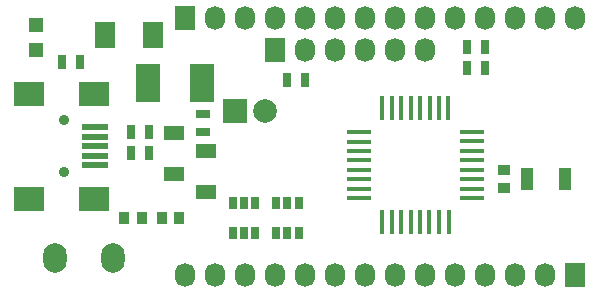
<source format=gts>
%FSLAX34Y34*%
G04 Gerber Fmt 3.4, Leading zero omitted, Abs format*
G04 (created by PCBNEW (2014-03-19 BZR 4756)-product) date Čt 31. červenec 2014, 15:28:38 CEST*
%MOIN*%
G01*
G70*
G90*
G04 APERTURE LIST*
%ADD10C,0.005906*%
%ADD11R,0.090600X0.019700*%
%ADD12R,0.098400X0.078700*%
%ADD13C,0.035400*%
%ADD14R,0.035400X0.039400*%
%ADD15R,0.039400X0.035400*%
%ADD16R,0.078700X0.078700*%
%ADD17C,0.078700*%
%ADD18R,0.078740X0.125984*%
%ADD19R,0.078700X0.017700*%
%ADD20R,0.017700X0.078700*%
%ADD21R,0.039400X0.074800*%
%ADD22R,0.025000X0.045000*%
%ADD23R,0.045000X0.025000*%
%ADD24R,0.027600X0.039400*%
%ADD25O,0.078700X0.098400*%
%ADD26R,0.066900X0.051200*%
%ADD27R,0.070900X0.086600*%
%ADD28R,0.068000X0.080000*%
%ADD29O,0.068000X0.080000*%
%ADD30R,0.047200X0.047200*%
G04 APERTURE END LIST*
G54D10*
G54D11*
X49880Y-36258D03*
X49880Y-36573D03*
X49880Y-36888D03*
X49880Y-37203D03*
X49880Y-37518D03*
G54D12*
X49841Y-35136D03*
X47676Y-35136D03*
X49841Y-38640D03*
X47676Y-38640D03*
G54D13*
X48857Y-36022D03*
X48857Y-37754D03*
G54D14*
X50843Y-39281D03*
X51435Y-39281D03*
X52685Y-39281D03*
X52093Y-39281D03*
G54D15*
X63514Y-38277D03*
X63514Y-37685D03*
G54D16*
X54539Y-35731D03*
G54D17*
X55539Y-35731D03*
G54D18*
X53445Y-34781D03*
X51645Y-34781D03*
G54D19*
X58668Y-38624D03*
X58668Y-38309D03*
X58668Y-37994D03*
X58668Y-37679D03*
X58668Y-37364D03*
X58668Y-37049D03*
X58668Y-36734D03*
X58668Y-36419D03*
X62434Y-36421D03*
X62434Y-38631D03*
X62434Y-38311D03*
X62434Y-37991D03*
X62434Y-37681D03*
X62434Y-37361D03*
X62434Y-37051D03*
X62434Y-36731D03*
G54D20*
X59452Y-35631D03*
X59766Y-35631D03*
X60082Y-35631D03*
X60396Y-35631D03*
X60712Y-35631D03*
X61026Y-35631D03*
X61342Y-35631D03*
X61656Y-35631D03*
X59454Y-39411D03*
X59764Y-39411D03*
X60084Y-39411D03*
X60394Y-39411D03*
X60704Y-39411D03*
X61024Y-39411D03*
X61344Y-39411D03*
X61664Y-39411D03*
G54D21*
X64284Y-37981D03*
X65544Y-37981D03*
G54D22*
X56264Y-34681D03*
X56864Y-34681D03*
X51664Y-37131D03*
X51064Y-37131D03*
X51664Y-36431D03*
X51064Y-36431D03*
G54D23*
X53470Y-35800D03*
X53470Y-36400D03*
G54D22*
X62264Y-33581D03*
X62864Y-33581D03*
X62264Y-34281D03*
X62864Y-34281D03*
G54D24*
X55914Y-38781D03*
X56289Y-38781D03*
X56664Y-38781D03*
X56664Y-39781D03*
X56289Y-39781D03*
X55914Y-39781D03*
X54464Y-38781D03*
X54839Y-38781D03*
X55214Y-38781D03*
X55214Y-39781D03*
X54839Y-39781D03*
X54464Y-39781D03*
G54D25*
X48553Y-40631D03*
X50475Y-40631D03*
G54D26*
X52514Y-37820D03*
X52514Y-36442D03*
G54D27*
X50220Y-33167D03*
X51800Y-33167D03*
G54D26*
X53564Y-38420D03*
X53564Y-37042D03*
G54D28*
X55864Y-33681D03*
G54D29*
X56864Y-33681D03*
X57864Y-33681D03*
X58864Y-33681D03*
X59864Y-33681D03*
X60864Y-33681D03*
G54D28*
X52864Y-32631D03*
G54D29*
X53864Y-32631D03*
X54864Y-32631D03*
X55864Y-32631D03*
X56864Y-32631D03*
X57864Y-32631D03*
X58864Y-32631D03*
X59864Y-32631D03*
X60864Y-32631D03*
X61864Y-32631D03*
X62864Y-32631D03*
X63864Y-32631D03*
X64864Y-32631D03*
X65864Y-32631D03*
G54D28*
X65864Y-41181D03*
G54D29*
X64864Y-41181D03*
X63864Y-41181D03*
X62864Y-41181D03*
X61864Y-41181D03*
X60864Y-41181D03*
X59864Y-41181D03*
X58864Y-41181D03*
X57864Y-41181D03*
X56864Y-41181D03*
X55864Y-41181D03*
X54864Y-41181D03*
X53864Y-41181D03*
X52864Y-41181D03*
G54D30*
X47919Y-32852D03*
X47919Y-33678D03*
G54D22*
X49381Y-34092D03*
X48781Y-34092D03*
M02*

</source>
